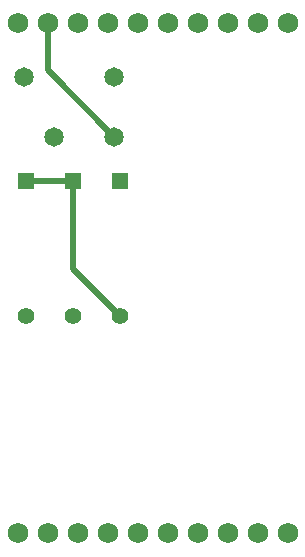
<source format=gbr>
%TF.GenerationSoftware,KiCad,Pcbnew,8.0.8*%
%TF.CreationDate,2025-04-18T10:54:44-04:00*%
%TF.ProjectId,RTDS Control Module V4.0,52544453-2043-46f6-9e74-726f6c204d6f,rev?*%
%TF.SameCoordinates,Original*%
%TF.FileFunction,Copper,L2,Bot*%
%TF.FilePolarity,Positive*%
%FSLAX46Y46*%
G04 Gerber Fmt 4.6, Leading zero omitted, Abs format (unit mm)*
G04 Created by KiCad (PCBNEW 8.0.8) date 2025-04-18 10:54:44*
%MOMM*%
%LPD*%
G01*
G04 APERTURE LIST*
%TA.AperFunction,ComponentPad*%
%ADD10R,1.397000X1.397000*%
%TD*%
%TA.AperFunction,ComponentPad*%
%ADD11C,1.397000*%
%TD*%
%TA.AperFunction,ComponentPad*%
%ADD12C,1.650000*%
%TD*%
%TA.AperFunction,ComponentPad*%
%ADD13C,1.750000*%
%TD*%
%TA.AperFunction,Conductor*%
%ADD14C,0.500000*%
%TD*%
G04 APERTURE END LIST*
D10*
%TO.P,R2,1*%
%TO.N,Net-(U1-R)*%
X55500000Y-38750000D03*
D11*
%TO.P,R2,2*%
%TO.N,Net-(U1-DIS)*%
X55500000Y-50180000D03*
%TD*%
D12*
%TO.P,K1,2*%
%TO.N,Net-(U1-TR)*%
X53890000Y-34980000D03*
%TO.P,K1,4*%
%TO.N,Net-(U1-GND)*%
X58970000Y-34980000D03*
%TO.P,K1,5*%
%TO.N,Net-(J1-Pad3)*%
X58970000Y-29900000D03*
%TO.P,K1,8*%
%TO.N,Net-(U1-R)*%
X51350000Y-29900000D03*
%TD*%
D13*
%TO.P,J2,1,1*%
%TO.N,N/C*%
X50800000Y-68580000D03*
%TO.P,J2,2,2*%
X53340000Y-68580000D03*
%TO.P,J2,3,3*%
X55880000Y-68580000D03*
%TO.P,J2,4,4*%
X58420000Y-68580000D03*
%TO.P,J2,5,5*%
X60960000Y-68580000D03*
%TO.P,J2,6,6*%
X63500000Y-68580000D03*
%TO.P,J2,7,7*%
X66040000Y-68580000D03*
%TO.P,J2,8,8*%
X68580000Y-68580000D03*
%TO.P,J2,9,9*%
X71120000Y-68580000D03*
%TO.P,J2,10,10*%
X73660000Y-68580000D03*
%TD*%
D10*
%TO.P,R1,1*%
%TO.N,Net-(U1-R)*%
X51500000Y-38785000D03*
D11*
%TO.P,R1,2*%
%TO.N,Net-(U1-TR)*%
X51500000Y-50215000D03*
%TD*%
D10*
%TO.P,R3,1*%
%TO.N,RESET*%
X59500000Y-38785000D03*
D11*
%TO.P,R3,2*%
%TO.N,Net-(U1-R)*%
X59500000Y-50215000D03*
%TD*%
D13*
%TO.P,J1,1,1*%
%TO.N,Net-(U1-R)*%
X50800000Y-25400000D03*
%TO.P,J1,2,2*%
%TO.N,Net-(U1-GND)*%
X53340000Y-25400000D03*
%TO.P,J1,3,3*%
%TO.N,Net-(J1-Pad3)*%
X55880000Y-25400000D03*
%TO.P,J1,4,4*%
%TO.N,Net-(U2-D)*%
X58420000Y-25400000D03*
%TO.P,J1,5,5*%
%TO.N,unconnected-(J1-Pad5)*%
X60960000Y-25400000D03*
%TO.P,J1,6,6*%
%TO.N,unconnected-(J1-Pad6)*%
X63500000Y-25400000D03*
%TO.P,J1,7,7*%
%TO.N,unconnected-(J1-Pad7)*%
X66040000Y-25400000D03*
%TO.P,J1,8,8*%
%TO.N,unconnected-(J1-Pad8)*%
X68580000Y-25400000D03*
%TO.P,J1,9,9*%
%TO.N,unconnected-(J1-Pad9)*%
X71120000Y-25400000D03*
%TO.P,J1,10,10*%
%TO.N,unconnected-(J1-Pad10)*%
X73660000Y-25400000D03*
%TD*%
D14*
%TO.N,Net-(U1-GND)*%
X53340000Y-25400000D02*
X53340000Y-29350000D01*
X53340000Y-29350000D02*
X58970000Y-34980000D01*
%TO.N,Net-(U1-R)*%
X55465000Y-38785000D02*
X55500000Y-38750000D01*
X55500000Y-38750000D02*
X55500000Y-46215000D01*
X51500000Y-38785000D02*
X55465000Y-38785000D01*
X55500000Y-46215000D02*
X59500000Y-50215000D01*
%TD*%
M02*

</source>
